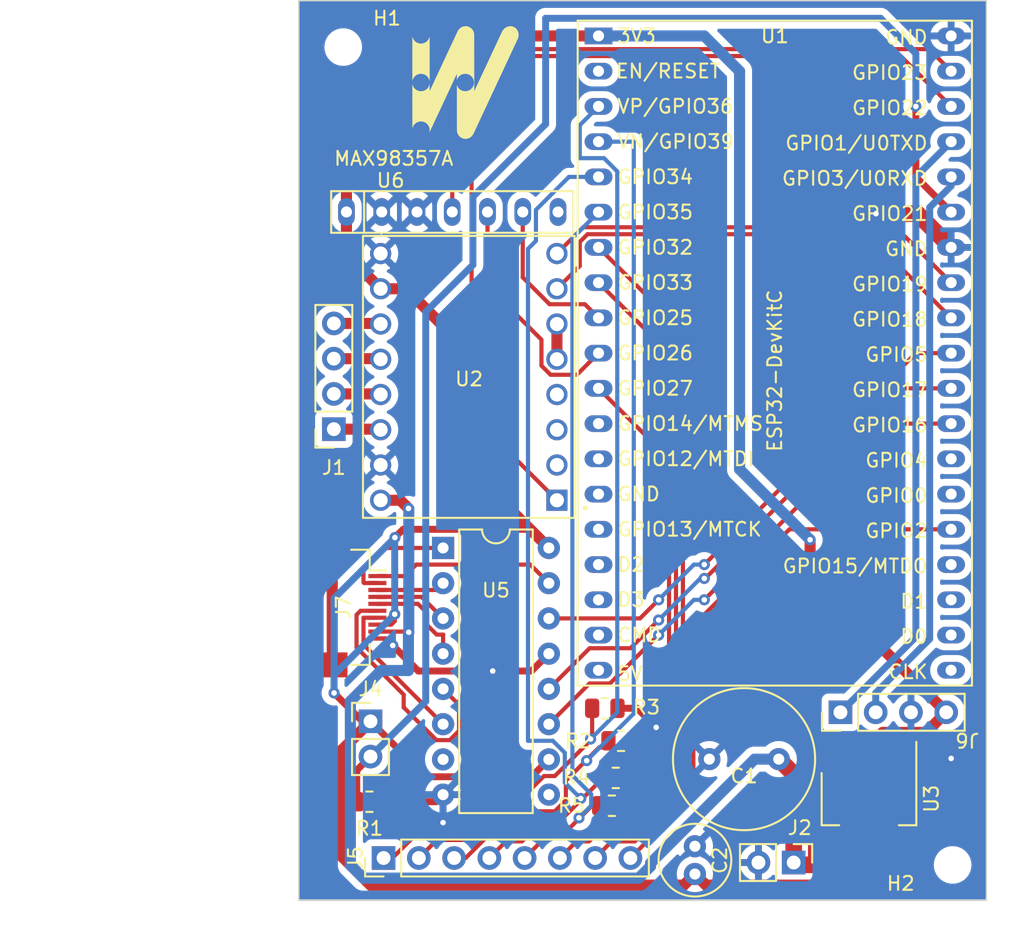
<source format=kicad_pcb>
(kicad_pcb (version 20221018) (generator pcbnew)
  (layers (0 "F.Cu" signal) (31 "B.Cu" power) (34 "B.Paste" user) (35 "F.Paste" user) (36 "B.SilkS" user "B.Silkscreen") (37 "F.SilkS" user "F.Silkscreen") (38 "B.Mask" user) (39 "F.Mask" user) (44 "Edge.Cuts" user))
  (net 0 "")
  (net 1 "+12V")
  (net 2 "GND")
  (net 3 "+3.3V")
  (net 4 "Net-(J1-Pin_1)")
  (net 5 "Net-(J1-Pin_2)")
  (net 6 "Net-(J1-Pin_3)")
  (net 7 "Net-(J1-Pin_4)")
  (net 8 "/RX")
  (net 9 "/TX")
  (net 10 "/Limit_In")
  (net 11 "/Matrix_I4")
  (net 12 "/Matrix_I3")
  (net 13 "/Matrix_I2")
  (net 14 "/Matrix_I1")
  (net 15 "/Matrix_O4")
  (net 16 "/Matrix_O3")
  (net 17 "/Matrix_O2")
  (net 18 "/Matrix_O1")
  (net 20 "/LRC")
  (net 21 "/BCLK")
  (net 39 "Net-(U2-~{RESET})")
  (net 43 "Net-(J7-Pin_1)")
  (net 44 "Net-(J7-Pin_2)")
  (net 45 "Net-(J7-Pin_3)")
  (net 46 "Net-(J7-Pin_4)")
  (net 47 "Net-(J7-Pin_5)")
  (net 48 "Net-(J7-Pin_6)")
  (net 49 "Net-(J7-Pin_7)")
  (net 50 "unconnected-(J7-MountPin-PadMP)")
  (net 51 "/DIN")
  (net 52 "/Stepper_Ena")
  (net 53 "/Step")
  (net 54 "/Dir")
  (net 55 "/SER")
  (net 56 "/SRCLK")
  (net 57 "/RCLK")
  (footprint "Resistor_SMD:R_0805_2012Metric" (layer "F.Cu") (at 141.3275 124.46 180)
    (fp_text reference "R2")
    (fp_text value "10K")
  )
  (footprint "Connector_PinHeader_2.54mm:PinHeader_1x02_P2.54mm_Vertical" (layer "F.Cu") (at 153.759596 133.233761 -90)
    (fp_text reference "J2")
    (fp_text value "Conn_01x02_Pin")
  )
  (footprint "Espressif:ESP32-DevKitC" (layer "F.Cu") (at 139.7 73.66)
    (fp_text reference "U1")
    (fp_text value "ESP32-DevKitC")
  )
  (footprint "Connector_PinHeader_2.54mm:PinHeader_1x02_P2.54mm_Vertical" (layer "F.Cu") (at 123.275428 123.05696)
    (fp_text reference "J4")
    (fp_text value "Conn_01x02_Pin")
  )
  (footprint "Connector_PinHeader_2.54mm:PinHeader_1x08_P2.54mm_Vertical" (layer "F.Cu") (at 124.217519 132.907751 90)
    (fp_text reference "J5")
    (fp_text value "Conn_01x08_Pin")
  )
  (footprint "LOGO" (layer "F.Cu") (at 130.122332 76.950622)
    (fp_text reference "G***" hide)
    (fp_text value "LOGO" hide)
  )
  (footprint "MountingHole:MountingHole_2.2mm_M2" (layer "F.Cu") (at 121.311595 74.4637)
    (fp_text reference "H1")
    (fp_text value "MountingHole")
  )
  (footprint "Connector_PinSocket_2.54mm:PinSocket_1x04_P2.54mm_Vertical" (layer "F.Cu") (at 120.634736 101.999566 180)
    (fp_text reference "J1")
    (fp_text value "Conn_01x04_Pin")
  )
  (footprint "Package_TO_SOT_SMD:SOT-223-3_TabPin2" (layer "F.Cu") (at 159.183383 128.635799 -90)
    (fp_text reference "U3")
    (fp_text value "AMS1117-3.3")
  )
  (footprint "Connector_PinHeader_2.54mm:PinHeader_1x04_P2.54mm_Vertical" (layer "F.Cu") (at 157.126777 122.406098 90)
    (fp_text reference "J6")
    (fp_text value "Conn_01x04_Pin")
  )
  (footprint "MountingHole:MountingHole_2.2mm_M2" (layer "F.Cu") (at 165.207706 133.406887)
    (fp_text reference "H2")
    (fp_text value "MountingHole")
  )
  (footprint "Resistor_SMD:R_0805_2012Metric" (layer "F.Cu") (at 140.152878 122.115913 180)
    (fp_text reference "R3")
    (fp_text value "10K")
  )
  (footprint "Package_DIP:DIP-16_W7.62mm" (layer "F.Cu") (at 128.503282 110.561301)
    (fp_text reference "U5")
    (fp_text value "74HC595")
  )
  (footprint "Resistor_SMD:R_0805_2012Metric" (layer "F.Cu") (at 140.940164 127.13486 180)
    (fp_text reference "R4")
    (fp_text value "10K")
  )
  (footprint "Custompretty:MAX98357A" (layer "F.Cu") (at 129.16284 86.346062)
    (fp_text reference "U6")
    (fp_text value "MAX98357A")
  )
  (footprint "Resistor_SMD:R_0805_2012Metric" (layer "F.Cu") (at 123.198431 128.851124)
    (fp_text reference "R1")
    (fp_text value "10K")
  )
  (footprint "Capacitor_THT:C_Radial_D10.0mm_H16.0mm_P5.00mm" (layer "F.Cu") (at 152.682653 125.782051 180)
    (fp_text reference "C1")
    (fp_text value "1000u")
  )
  (footprint "A4988_STEPPER_MOTOR_DRIVER_CARRIER:MODULE_A4988_STEPPER_MOTOR_DRIVER_CARRIER" (layer "F.Cu") (at 130.354396 98.232848 180)
    (fp_text reference "U2")
    (fp_text value "A4988_STEPPER_MOTOR_DRIVER_CARRIER")
  )
  (footprint "Capacitor_THT:C_Radial_D5.0mm_H11.0mm_P2.00mm" (layer "F.Cu") (at 146.643898 132.061796 -90)
    (fp_text reference "C2")
    (fp_text value "33u")
  )
  (footprint "Connector_FFC-FPC:Hirose_FH12-10S-0.5SH_1x10-1MP_P0.50mm_Horizontal" (layer "F.Cu") (at 121.92 114.839102 -90)
    (fp_text reference "J7")
    (fp_text value "Conn_01x10_MountingPin")
  )
  (footprint "Resistor_SMD:R_0805_2012Metric" (layer "F.Cu") (at 140.659716 129.140478 180)
    (fp_text reference "R5")
    (fp_text value "10K")
  )
  (gr_line (start 118.11 135.961301) (end 167.64 135.961301) (stroke (width 0.1)) (layer "Edge.Cuts"))
  (gr_line (start 167.64 135.961301) (end 167.64 71.12) (stroke (width 0.1)) (layer "Edge.Cuts"))
  (gr_line (start 118.11 71.12) (end 118.11 135.961301) (stroke (width 0.1)) (layer "Edge.Cuts"))
  (gr_line (start 167.64 71.12) (end 118.11 71.12) (stroke (width 0.1)) (layer "Edge.Cuts"))
  (segment (start 125.42088 107.122848) (end 126.011081 107.713049) (width 0.8) (layer "F.Cu") (net 1))
  (segment (start 156.883383 125.485799) (end 155.387983 126.981199) (width 1.2) (layer "F.Cu") (net 1))
  (segment (start 124.004396 107.122848) (end 125.42088 107.122848) (width 0.8) (layer "F.Cu") (net 1))
  (segment (start 153.759596 126.858994) (end 152.682653 125.782051) (width 1.2) (layer "F.Cu") (net 1))
  (segment (start 155.387983 126.981199) (end 155.387983 133.397216) (width 1.2) (layer "F.Cu") (net 1))
  (segment (start 125.986893 116.589102) (end 126.034689 116.636898) (width 0.3) (layer "F.Cu") (net 1))
  (segment (start 153.759596 133.233761) (end 153.759596 126.858994) (width 1.2) (layer "F.Cu") (net 1))
  (segment (start 155.387983 133.397216) (end 153.923051 133.397216) (width 1.2) (layer "F.Cu") (net 1))
  (segment (start 123.77 116.589102) (end 125.986893 116.589102) (width 0.3) (layer "F.Cu") (net 1))
  (segment (start 153.923051 133.397216) (end 153.759596 133.233761) (width 1.2) (layer "F.Cu") (net 1))
  (via (at 126.011081 107.713049) (size 0.8) (drill 0.4) (layers "F.Cu" "B.Cu") (net 1))
  (via (at 126.034689 116.636898) (size 0.8) (drill 0.4) (layers "F.Cu" "B.Cu") (net 1))
  (segment (start 126.007622 116.663965) (end 126.034689 116.636898) (width 0.8) (layer "B.Cu") (net 1))
  (segment (start 142.598129 134.357751) (end 122.767519 134.357751) (width 0.8) (layer "B.Cu") (net 1))
  (segment (start 126.032661 107.734629) (end 126.032661 116.63487) (width 0.8) (layer "B.Cu") (net 1))
  (segment (start 122.767519 134.357751) (end 121.825428 133.41566) (width 0.8) (layer "B.Cu") (net 1))
  (segment (start 121.825428 133.41566) (end 121.825428 121.60696) (width 0.8) (layer "B.Cu") (net 1))
  (segment (start 143.447519 133.508361) (end 142.598129 134.357751) (width 0.8) (layer "B.Cu") (net 1))
  (segment (start 126.032661 116.63487) (end 126.034689 116.636898) (width 0.8) (layer "B.Cu") (net 1))
  (segment (start 121.825428 121.60696) (end 124.039854 119.392534) (width 0.8) (layer "B.Cu") (net 1))
  (segment (start 150.943744 125.782051) (end 143.447519 133.278276) (width 0.8) (layer "B.Cu") (net 1))
  (segment (start 126.011081 107.713049) (end 126.032661 107.734629) (width 0.8) (layer "B.Cu") (net 1))
  (segment (start 152.682653 125.782051) (end 150.943744 125.782051) (width 0.8) (layer "B.Cu") (net 1))
  (segment (start 126.007622 119.392534) (end 126.007622 116.663965) (width 0.8) (layer "B.Cu") (net 1))
  (segment (start 124.039854 119.392534) (end 126.007622 119.392534) (width 0.8) (layer "B.Cu") (net 1))
  (segment (start 143.447519 133.278276) (end 143.447519 133.508361) (width 0.8) (layer "B.Cu") (net 1))
  (segment (start 142.887344 124.46) (end 143.853682 123.493662) (width 0.5) (layer "F.Cu") (net 2))
  (segment (start 128.503282 130.357812) (end 128.503282 128.341301) (width 0.5) (layer "F.Cu") (net 2))
  (segment (start 165.1 88.9) (end 162.671919 86.471919) (width 1.2) (layer "F.Cu") (net 2))
  (segment (start 124.380337 117.089102) (end 124.879698 117.588463) (width 0.3) (layer "F.Cu") (net 2))
  (segment (start 142.475933 122.115913) (end 143.853682 123.493662) (width 0.5) (layer "F.Cu") (net 2))
  (segment (start 141.852664 127.13486) (end 141.852664 129.197763) (width 0.5) (layer "F.Cu") (net 2))
  (segment (start 124.110931 128.851124) (end 127.993459 128.851124) (width 0.5) (layer "F.Cu") (net 2))
  (segment (start 141.852664 124.847336) (end 142.24 124.46) (width 0.5) (layer "F.Cu") (net 2))
  (segment (start 132.08 119.431301) (end 126.722536 119.431301) (width 0.5) (layer "F.Cu") (net 2))
  (segment (start 162.671919 86.471919) (end 159.687327 86.471919) (width 1.2) (layer "F.Cu") (net 2))
  (segment (start 136.123282 118.181301) (end 134.873282 119.431301) (width 0.5) (layer "F.Cu") (net 2))
  (segment (start 164.924616 125.554616) (end 165.1 125.73) (width 1.2) (layer "F.Cu") (net 2))
  (segment (start 141.852664 127.13486) (end 141.852664 124.847336) (width 0.5) (layer "F.Cu") (net 2))
  (segment (start 141.065378 122.115913) (end 142.475933 122.115913) (width 0.5) (layer "F.Cu") (net 2))
  (segment (start 134.873282 119.431301) (end 132.08 119.431301) (width 0.5) (layer "F.Cu") (net 2))
  (segment (start 161.946537 125.554616) (end 164.924616 125.554616) (width 1.2) (layer "F.Cu") (net 2))
  (segment (start 142.24 124.46) (end 142.887344 124.46) (width 0.5) (layer "F.Cu") (net 2))
  (segment (start 127.993459 128.851124) (end 128.503282 128.341301) (width 0.5) (layer "F.Cu") (net 2))
  (segment (start 126.722536 119.431301) (end 124.879698 117.588463) (width 0.5) (layer "F.Cu") (net 2))
  (segment (start 123.77 117.089102) (end 124.380337 117.089102) (width 0.3) (layer "F.Cu") (net 2))
  (via (at 128.503282 130.357812) (size 0.8) (drill 0.4) (layers "F.Cu" "B.Cu") (net 2))
  (via (at 143.853682 123.493662) (size 0.8) (drill 0.4) (layers "F.Cu" "B.Cu") (net 2))
  (via (at 132.08 119.431301) (size 0.8) (drill 0.4) (layers "F.Cu" "B.Cu") (net 2))
  (via (at 165.1 125.73) (size 0.8) (drill 0.4) (layers "F.Cu" "B.Cu") (net 2))
  (via (at 159.687327 86.471919) (size 0.8) (drill 0.4) (layers "F.Cu" "B.Cu") (net 2))
  (via (at 124.879698 117.588463) (size 0.8) (drill 0.4) (layers "F.Cu" "B.Cu") (net 2))
  (segment (start 132.08 124.764583) (end 128.503282 128.341301) (width 0.5) (layer "B.Cu") (net 2))
  (segment (start 132.08 124.764583) (end 132.08 119.431301) (width 0.5) (layer "B.Cu") (net 2))
  (segment (start 164.746777 122.406098) (end 154.94 112.599321) (width 0.8) (layer "F.Cu") (net 3))
  (segment (start 160.163084 123.856098) (end 159.183383 124.835799) (width 0.8) (layer "F.Cu") (net 3))
  (segment (start 146.643898 134.061796) (end 145.843899 134.861795) (width 0.8) (layer "F.Cu") (net 3))
  (segment (start 127.269769 127.051301) (end 123.275428 123.05696) (width 0.5) (layer "F.Cu") (net 3))
  (segment (start 121.54284 79.11716) (end 121.54284 86.346062) (width 0.8) (layer "F.Cu") (net 3))
  (segment (start 147.443897 134.861795) (end 146.643898 134.061796) (width 0.8) (layer "F.Cu") (net 3))
  (segment (start 125.823562 91.882848) (end 129.54 95.599286) (width 0.8) (layer "F.Cu") (net 3))
  (segment (start 164.746777 122.406098) (end 163.296777 123.856098) (width 0.8) (layer "F.Cu") (net 3))
  (segment (start 124.77 116.089102) (end 125.019502 115.8396) (width 0.3) (layer "F.Cu") (net 3))
  (segment (start 159.183383 125.485799) (end 159.183383 131.785799) (width 0.8) (layer "F.Cu") (net 3))
  (segment (start 147.443897 134.861795) (end 156.107387 134.861795) (width 0.8) (layer "F.Cu") (net 3))
  (segment (start 134.781981 109.22) (end 136.123282 110.561301) (width 0.3) (layer "F.Cu") (net 3))
  (segment (start 123.271563 134.861795) (end 121.173431 132.763663) (width 0.8) (layer "F.Cu") (net 3))
  (segment (start 129.54 95.599286) (end 129.54 103.978019) (width 0.8) (layer "F.Cu") (net 3))
  (segment (start 154.94 112.599321) (end 154.94 109.97) (width 0.8) (layer "F.Cu") (net 3))
  (segment (start 125.624462 109.22) (end 134.781981 109.22) (width 0.5) (layer "F.Cu") (net 3))
  (segment (start 136.123282 125.801301) (end 134.873282 127.051301) (width 0.5) (layer "F.Cu") (net 3))
  (segment (start 156.107387 134.861795) (end 159.183383 131.785799) (width 0.8) (layer "F.Cu") (net 3))
  (segment (start 163.296777 123.856098) (end 160.163084 123.856098) (width 0.8) (layer "F.Cu") (net 3))
  (segment (start 125.019502 115.8396) (end 125.019502 115.338602) (width 0.3) (layer "F.Cu") (net 3))
  (segment (start 121.173431 125.158957) (end 123.275428 123.05696) (width 0.8) (layer "F.Cu") (net 3))
  (segment (start 129.54 103.978019) (end 136.123282 110.561301) (width 0.8) (layer "F.Cu") (net 3))
  (segment (start 124.004396 91.882848) (end 125.823562 91.882848) (width 0.8) (layer "F.Cu") (net 3))
  (segment (start 127 73.66) (end 121.54284 79.11716) (width 0.8) (layer "F.Cu") (net 3))
  (segment (start 123.275428 123.05696) (end 122.694609 123.05696) (width 0.5) (layer "F.Cu") (net 3))
  (segment (start 121.173431 132.763663) (end 121.173431 125.158957) (width 0.8) (layer "F.Cu") (net 3))
  (segment (start 122.694609 123.05696) (end 120.65201 121.014361) (width 0.5) (layer "F.Cu") (net 3))
  (segment (start 159.183383 124.835799) (end 159.183383 125.485799) (width 0.8) (layer "F.Cu") (net 3))
  (segment (start 123.77 116.089102) (end 124.77 116.089102) (width 0.3) (layer "F.Cu") (net 3))
  (segment (start 145.843899 134.861795) (end 123.271563 134.861795) (width 0.8) (layer "F.Cu") (net 3))
  (segment (start 139.7 73.66) (end 127 73.66) (width 0.8) (layer "F.Cu") (net 3))
  (segment (start 125.032661 109.811801) (end 125.624462 109.22) (width 0.5) (layer "F.Cu") (net 3))
  (segment (start 121.54284 86.346062) (end 121.54284 89.421292) (width 0.8) (layer "F.Cu") (net 3))
  (segment (start 134.873282 127.051301) (end 127.269769 127.051301) (width 0.5) (layer "F.Cu") (net 3))
  (segment (start 121.54284 89.421292) (end 124.004396 91.882848) (width 0.8) (layer "F.Cu") (net 3))
  (via (at 125.019502 115.338602) (size 0.8) (drill 0.4) (layers "F.Cu" "B.Cu") (net 3))
  (via (at 125.032661 109.811801) (size 0.8) (drill 0.4) (layers "F.Cu" "B.Cu") (net 3))
  (via (at 154.94 109.97) (size 0.8) (drill 0.4) (layers "F.Cu" "B.Cu") (net 3))
  (via (at 120.65201 121.014361) (size 0.8) (drill 0.4) (layers "F.Cu" "B.Cu") (net 3))
  (segment (start 120.65201 114.192452) (end 125.019502 109.82496) (width 0.5) (layer "B.Cu") (net 3))
  (segment (start 149.86 104.89) (end 149.86 76.2) (width 0.8) (layer "B.Cu") (net 3))
  (segment (start 120.65201 119.706094) (end 125.019502 115.338602) (width 0.5) (layer "B.Cu") (net 3))
  (segment (start 154.94 109.97) (end 149.86 104.89) (width 0.8) (layer "B.Cu") (net 3))
  (segment (start 125.019502 109.82496) (end 125.019502 115.338602) (width 0.5) (layer "B.Cu") (net 3))
  (segment (start 125.032661 109.811801) (end 125.019502 109.82496) (width 0.3) (layer "B.Cu") (net 3))
  (segment (start 120.65201 121.014361) (end 120.65201 114.192452) (width 0.5) (layer "B.Cu") (net 3))
  (segment (start 149.86 76.2) (end 147.32 73.66) (width 0.8) (layer "B.Cu") (net 3))
  (segment (start 120.65201 121.014361) (end 120.65201 119.706094) (width 0.5) (layer "B.Cu") (net 3))
  (segment (start 147.32 73.66) (end 139.7 73.66) (width 0.8) (layer "B.Cu") (net 3))
  (segment (start 123.961114 101.999566) (end 124.004396 102.042848) (width 0.8) (layer "F.Cu") (net 4))
  (segment (start 120.634736 101.999566) (end 123.961114 101.999566) (width 0.8) (layer "F.Cu") (net 4))
  (segment (start 123.961114 99.459566) (end 124.004396 99.502848) (width 0.8) (layer "F.Cu") (net 5))
  (segment (start 120.634736 99.459566) (end 123.961114 99.459566) (width 0.8) (layer "F.Cu") (net 5))
  (segment (start 123.961114 96.919566) (end 124.004396 96.962848) (width 0.8) (layer "F.Cu") (net 6))
  (segment (start 120.634736 96.919566) (end 123.961114 96.919566) (width 0.8) (layer "F.Cu") (net 6))
  (segment (start 123.961114 94.379566) (end 124.004396 94.422848) (width 0.8) (layer "F.Cu") (net 7))
  (segment (start 120.634736 94.379566) (end 123.961114 94.379566) (width 0.8) (layer "F.Cu") (net 7))
  (segment (start 165.1 83.82) (end 165.1 84.475076) (width 0.5) (layer "B.Cu") (net 8))
  (segment (start 159.666777 121.008058) (end 159.666777 122.406098) (width 0.5) (layer "B.Cu") (net 8))
  (segment (start 163.55481 86.020266) (end 163.55481 117.120025) (width 0.5) (layer "B.Cu") (net 8))
  (segment (start 163.55481 117.120025) (end 159.666777 121.008058) (width 0.5) (layer "B.Cu") (net 8))
  (segment (start 165.1 84.475076) (end 163.55481 86.020266) (width 0.5) (layer "B.Cu") (net 8))
  (segment (start 157.126777 122.406098) (end 162.56 116.972875) (width 0.5) (layer "B.Cu") (net 9))
  (segment (start 162.56 83.82) (end 165.1 81.28) (width 0.5) (layer "B.Cu") (net 9))
  (segment (start 162.56 116.972875) (end 162.56 83.82) (width 0.5) (layer "B.Cu") (net 9))
  (segment (start 122.285931 126.586457) (end 123.275428 125.59696) (width 0.5) (layer "F.Cu") (net 10))
  (segment (start 162.56 83.82) (end 165.1 86.36) (width 0.5) (layer "F.Cu") (net 10))
  (segment (start 162.56 78.74) (end 162.56 83.82) (width 0.5) (layer "F.Cu") (net 10))
  (segment (start 122.285931 128.851124) (end 122.285931 126.586457) (width 0.5) (layer "F.Cu") (net 10))
  (via (at 162.56 78.74) (size 0.8) (drill 0.4) (layers "F.Cu" "B.Cu") (net 10))
  (segment (start 162.56 78.74) (end 162.56 74.93) (width 0.5) (layer "B.Cu") (net 10))
  (segment (start 130.65284 90.157137) (end 127.253282 93.556695) (width 0.5) (layer "B.Cu") (net 10))
  (segment (start 127.253282 93.556695) (end 127.253282 121.619106) (width 0.5) (layer "B.Cu") (net 10))
  (segment (start 160.02 72.39) (end 135.89 72.39) (width 0.5) (layer "B.Cu") (net 10))
  (segment (start 162.56 74.93) (end 160.02 72.39) (width 0.5) (layer "B.Cu") (net 10))
  (segment (start 130.65284 85.24716) (end 130.65284 90.157137) (width 0.5) (layer "B.Cu") (net 10))
  (segment (start 127.253282 121.619106) (end 123.275428 125.59696) (width 0.5) (layer "B.Cu") (net 10))
  (segment (start 135.89 72.39) (end 135.89 80.01) (width 0.5) (layer "B.Cu") (net 10))
  (segment (start 135.89 80.01) (end 130.65284 85.24716) (width 0.5) (layer "B.Cu") (net 10))
  (segment (start 126.65554 131.107812) (end 124.855601 132.907751) (width 0.3) (layer "F.Cu") (net 11))
  (segment (start 139.240378 124.310551) (end 139.240378 122.115913) (width 0.3) (layer "F.Cu") (net 11))
  (segment (start 139.130134 124.420795) (end 139.130134 124.331294) (width 0.3) (layer "F.Cu") (net 11))
  (segment (start 136.550929 127) (end 139.130134 124.420795) (width 0.3) (layer "F.Cu") (net 11))
  (segment (start 132.08 129.54) (end 133.233111 129.54) (width 0.3) (layer "F.Cu") (net 11))
  (segment (start 130.512188 131.107812) (end 132.08 129.54) (width 0.3) (layer "F.Cu") (net 11))
  (segment (start 135.773111 127) (end 136.550929 127) (width 0.3) (layer "F.Cu") (net 11))
  (segment (start 126.65554 131.107812) (end 130.512188 131.107812) (width 0.3) (layer "F.Cu") (net 11))
  (segment (start 124.855601 132.907751) (end 124.217519 132.907751) (width 0.3) (layer "F.Cu") (net 11))
  (segment (start 139.130134 124.331294) (end 139.219635 124.331294) (width 0.3) (layer "F.Cu") (net 11))
  (segment (start 133.233111 129.54) (end 135.773111 127) (width 0.3) (layer "F.Cu") (net 11))
  (segment (start 139.219635 124.331294) (end 139.240378 124.310551) (width 0.3) (layer "F.Cu") (net 11))
  (via (at 139.130134 124.331294) (size 0.8) (drill 0.4) (layers "F.Cu" "B.Cu") (net 11))
  (segment (start 139.7 78.74) (end 138.35 80.09) (width 0.3) (layer "B.Cu") (net 11))
  (segment (start 141.05 122.411428) (end 139.130134 124.331294) (width 0.3) (layer "B.Cu") (net 11))
  (segment (start 140.093503 82.47) (end 141.05 83.426497) (width 0.3) (layer "B.Cu") (net 11))
  (segment (start 141.05 83.426497) (end 141.05 122.411428) (width 0.3) (layer "B.Cu") (net 11))
  (segment (start 138.35 80.09) (end 138.35 82.47) (width 0.3) (layer "B.Cu") (net 11))
  (segment (start 138.35 82.47) (end 140.093503 82.47) (width 0.3) (layer "B.Cu") (net 11))
  (segment (start 137.348172 128.742757) (end 136.550929 129.54) (width 0.3) (layer "F.Cu") (net 12))
  (segment (start 139.935524 124.939476) (end 139.740378 124.939476) (width 0.3) (layer "F.Cu") (net 12))
  (segment (start 132.08 130.247107) (end 130.719295 131.607812) (width 0.3) (layer "F.Cu") (net 12))
  (segment (start 133.912893 130.247107) (end 132.08 130.247107) (width 0.3) (layer "F.Cu") (net 12))
  (segment (start 138.846837 125.833017) (end 138.846837 125.889426) (width 0.3) (layer "F.Cu") (net 12))
  (segment (start 140.415 124.46) (end 139.935524 124.939476) (width 0.3) (layer "F.Cu") (net 12))
  (segment (start 130.719295 131.607812) (end 128.057458 131.607812) (width 0.3) (layer "F.Cu") (net 12))
  (segment (start 137.348172 127.331682) (end 137.348172 128.742757) (width 0.3) (layer "F.Cu") (net 12))
  (segment (start 134.62 129.54) (end 133.912893 130.247107) (width 0.3) (layer "F.Cu") (net 12))
  (segment (start 139.740378 124.939476) (end 138.846837 125.833017) (width 0.3) (layer "F.Cu") (net 12))
  (segment (start 128.057458 131.607812) (end 126.757519 132.907751) (width 0.3) (layer "F.Cu") (net 12))
  (segment (start 138.846837 125.889426) (end 138.790428 125.889426) (width 0.3) (layer "F.Cu") (net 12))
  (segment (start 136.550929 129.54) (end 134.62 129.54) (width 0.3) (layer "F.Cu") (net 12))
  (segment (start 138.790428 125.889426) (end 137.348172 127.331682) (width 0.3) (layer "F.Cu") (net 12))
  (via (at 138.846837 125.889426) (size 0.8) (drill 0.4) (layers "F.Cu" "B.Cu") (net 12))
  (segment (start 142.24 81.28) (end 139.7 81.28) (width 0.3) (layer "B.Cu") (net 12))
  (segment (start 142.24 122.496263) (end 138.846837 125.889426) (width 0.3) (layer "B.Cu") (net 12))
  (segment (start 142.24 81.28) (end 142.24 122.496263) (width 0.3) (layer "B.Cu") (net 12))
  (segment (start 132.135142 130.899071) (end 130.126462 132.907751) (width 0.3) (layer "F.Cu") (net 13))
  (segment (start 134.861278 130.04) (end 134.002207 130.899071) (width 0.3) (layer "F.Cu") (net 13))
  (segment (start 134.002207 130.899071) (end 132.135142 130.899071) (width 0.3) (layer "F.Cu") (net 13))
  (segment (start 138.546366 128.616158) (end 138.421892 128.616158) (width 0.3) (layer "F.Cu") (net 13))
  (segment (start 140.027664 127.13486) (end 138.546366 128.616158) (width 0.3) (layer "F.Cu") (net 13))
  (segment (start 138.421892 128.740632) (end 137.122524 130.04) (width 0.3) (layer "F.Cu") (net 13))
  (segment (start 137.122524 130.04) (end 134.861278 130.04) (width 0.3) (layer "F.Cu") (net 13))
  (segment (start 138.421892 128.616158) (end 138.421892 128.740632) (width 0.3) (layer "F.Cu") (net 13))
  (segment (start 130.126462 132.907751) (end 129.297519 132.907751) (width 0.3) (layer "F.Cu") (net 13))
  (via (at 138.421892 128.616158) (size 0.8) (drill 0.4) (layers "F.Cu" "B.Cu") (net 13))
  (segment (start 137.565399 83.82) (end 139.7 83.82) (width 0.3) (layer "B.Cu") (net 13))
  (segment (start 136.408327 124.46) (end 134.62 124.46) (width 0.3) (layer "B.Cu") (net 13))
  (segment (start 137.273282 125.324955) (end 136.408327 124.46) (width 0.3) (layer "B.Cu") (net 13))
  (segment (start 134.62 124.46) (end 134.62 89.001846) (width 0.3) (layer "B.Cu") (net 13))
  (segment (start 138.421892 128.616158) (end 137.273282 127.467548) (width 0.3) (layer "B.Cu") (net 13))
  (segment (start 135.19284 86.192559) (end 137.565399 83.82) (width 0.3) (layer "B.Cu") (net 13))
  (segment (start 134.62 89.001846) (end 135.19284 88.429006) (width 0.3) (layer "B.Cu") (net 13))
  (segment (start 135.19284 88.429006) (end 135.19284 86.192559) (width 0.3) (layer "B.Cu") (net 13))
  (segment (start 137.273282 127.467548) (end 137.273282 125.324955) (width 0.3) (layer "B.Cu") (net 13))
  (segment (start 134.189482 131.707751) (end 135.194984 130.702249) (width 0.3) (layer "F.Cu") (net 14))
  (segment (start 138.293187 130.075115) (end 138.293187 130.012161) (width 0.3) (layer "F.Cu") (net 14))
  (segment (start 139.227824 129.140478) (end 139.747216 129.140478) (width 0.3) (layer "F.Cu") (net 14))
  (segment (start 133.037519 131.707751) (end 134.189482 131.707751) (width 0.3) (layer "F.Cu") (net 14))
  (segment (start 131.837519 132.907751) (end 133.037519 131.707751) (width 0.3) (layer "F.Cu") (net 14))
  (segment (start 138.356141 130.012161) (end 139.227824 129.140478) (width 0.3) (layer "F.Cu") (net 14))
  (segment (start 137.666053 130.702249) (end 138.293187 130.075115) (width 0.3) (layer "F.Cu") (net 14))
  (segment (start 138.293187 130.012161) (end 138.356141 130.012161) (width 0.3) (layer "F.Cu") (net 14))
  (segment (start 135.194984 130.702249) (end 137.666053 130.702249) (width 0.3) (layer "F.Cu") (net 14))
  (via (at 138.293187 130.012161) (size 0.8) (drill 0.4) (layers "F.Cu" "B.Cu") (net 14))
  (segment (start 137.819396 88.240604) (end 137.819396 126.953001) (width 0.3) (layer "B.Cu") (net 14))
  (segment (start 139.7 86.36) (end 137.819396 88.240604) (width 0.3) (layer "B.Cu") (net 14))
  (segment (start 139.171892 128.305497) (end 139.171892 129.133456) (width 0.3) (layer "B.Cu") (net 14))
  (segment (start 137.819396 126.953001) (end 139.171892 128.305497) (width 0.3) (layer "B.Cu") (net 14))
  (segment (start 139.171892 129.133456) (end 138.293187 130.012161) (width 0.3) (layer "B.Cu") (net 14))
  (segment (start 140.657519 131.707751) (end 142.317916 131.707751) (width 0.3) (layer "F.Cu") (net 15))
  (segment (start 145.78 128.245667) (end 145.78 94.98) (width 0.3) (layer "F.Cu") (net 15))
  (segment (start 145.78 94.98) (end 139.7 88.9) (width 0.3) (layer "F.Cu") (net 15))
  (segment (start 139.457519 132.907751) (end 140.657519 131.707751) (width 0.3) (layer "F.Cu") (net 15))
  (segment (start 142.317916 131.707751) (end 145.78 128.245667) (width 0.3) (layer "F.Cu") (net 15))
  (segment (start 145.28 97.02) (end 139.7 91.44) (width 0.3) (layer "F.Cu") (net 16))
  (segment (start 145.28 128.038561) (end 145.28 97.02) (width 0.3) (layer "F.Cu") (net 16))
  (segment (start 138.117519 131.707751) (end 139.017732 131.707751) (width 0.3) (layer "F.Cu") (net 16))
  (segment (start 136.917519 132.907751) (end 138.117519 131.707751) (width 0.3) (layer "F.Cu") (net 16))
  (segment (start 142.481942 130.836619) (end 145.28 128.038561) (width 0.3) (layer "F.Cu") (net 16))
  (segment (start 139.888864 130.836619) (end 142.481942 130.836619) (width 0.3) (layer "F.Cu") (net 16))
  (segment (start 139.017732 131.707751) (end 139.888864 130.836619) (width 0.3) (layer "F.Cu") (net 16))
  (segment (start 139.621306 130.336619) (end 142.274836 130.336619) (width 0.3) (layer "F.Cu") (net 17))
  (segment (start 138.755676 131.202249) (end 139.621306 130.336619) (width 0.3) (layer "F.Cu") (net 17))
  (segment (start 142.274836 130.336619) (end 144.78 127.831455) (width 0.3) (layer "F.Cu") (net 17))
  (segment (start 144.78 127.831455) (end 144.78 104.14) (width 0.3) (layer "F.Cu") (net 17))
  (segment (start 134.377519 132.907751) (end 136.083021 131.202249) (width 0.3) (layer "F.Cu") (net 17))
  (segment (start 136.083021 131.202249) (end 138.755676 131.202249) (width 0.3) (layer "F.Cu") (net 17))
  (segment (start 144.78 104.14) (end 139.7 99.06) (width 0.3) (layer "F.Cu") (net 17))
  (segment (start 146.532653 116.148008) (end 151.176646 111.504015) (width 0.3) (layer "F.Cu") (net 18))
  (segment (start 146.532653 128.372617) (end 146.532653 116.148008) (width 0.3) (layer "F.Cu") (net 18))
  (segment (start 141.997519 132.907751) (end 146.532653 128.372617) (width 0.3) (layer "F.Cu") (net 18))
  (segment (start 151.176646 111.492773) (end 153.449419 109.22) (width 0.3) (layer "F.Cu") (net 18))
  (segment (start 151.176646 111.504015) (end 151.176646 111.492773) (width 0.3) (layer "F.Cu") (net 18))
  (segment (start 153.449419 109.22) (end 165.1 109.22) (width 0.3) (layer "F.Cu") (net 18))
  (segment (start 139.7 93.98) (end 138.717848 92.997848) (width 0.3) (layer "F.Cu") (net 20))
  (segment (start 136.177848 92.997848) (end 134.24284 91.06284) (width 0.3) (layer "F.Cu") (net 20))
  (segment (start 134.24284 91.06284) (end 134.24284 86.346062) (width 0.3) (layer "F.Cu") (net 20))
  (segment (start 138.717848 92.997848) (end 136.177848 92.997848) (width 0.3) (layer "F.Cu") (net 20))
  (segment (start 136.242547 98.077848) (end 135.589396 97.424697) (width 0.3) (layer "F.Cu") (net 21))
  (segment (start 131.70284 91.664048) (end 131.70284 86.346062) (width 0.3) (layer "F.Cu") (net 21))
  (segment (start 135.589396 97.424697) (end 135.589396 95.550604) (width 0.3) (layer "F.Cu") (net 21))
  (segment (start 135.589396 95.550604) (end 131.70284 91.664048) (width 0.3) (layer "F.Cu") (net 21))
  (segment (start 139.7 96.52) (end 138.142152 98.077848) (width 0.3) (layer "F.Cu") (net 21))
  (segment (start 138.142152 98.077848) (end 136.242547 98.077848) (width 0.3) (layer "F.Cu") (net 21))
  (segment (start 136.704396 94.422848) (end 136.704396 96.962848) (width 0.8) (layer "F.Cu") (net 39))
  (segment (start 136.123282 113.101301) (end 134.781981 111.76) (width 0.3) (layer "F.Cu") (net 43))
  (segment (start 134.781981 111.76) (end 126.572167 111.76) (width 0.3) (layer "F.Cu") (net 43))
  (segment (start 126.572167 111.76) (end 125.743065 112.589102) (width 0.3) (layer "F.Cu") (net 43))
  (segment (start 125.743065 112.589102) (end 123.77 112.589102) (width 0.3) (layer "F.Cu") (net 43))
  (segment (start 124.297801 110.561301) (end 122.77 112.089102) (width 0.3) (layer "F.Cu") (net 44))
  (segment (start 128.503282 110.561301) (end 124.297801 110.561301) (width 0.3) (layer "F.Cu") (net 44))
  (segment (start 122.77 113.039102) (end 122.82 113.089102) (width 0.3) (layer "F.Cu") (net 44))
  (segment (start 122.77 112.089102) (end 122.77 113.039102) (width 0.3) (layer "F.Cu") (net 44))
  (segment (start 122.82 113.089102) (end 123.77 113.089102) (width 0.3) (layer "F.Cu") (net 44))
  (segment (start 128.503282 113.101301) (end 128.015481 113.589102) (width 0.3) (layer "F.Cu") (net 45))
  (segment (start 128.015481 113.589102) (end 123.77 113.589102) (width 0.3) (layer "F.Cu") (net 45))
  (segment (start 128.503282 115.641301) (end 126.951083 114.089102) (width 0.3) (layer "F.Cu") (net 46))
  (segment (start 126.951083 114.089102) (end 123.77 114.089102) (width 0.3) (layer "F.Cu") (net 46))
  (segment (start 127.353282 116.117647) (end 127.353282 115.249319) (width 0.3) (layer "F.Cu") (net 47))
  (segment (start 128.51338 116.806879) (end 128.042514 116.806879) (width 0.3) (layer "F.Cu") (net 47))
  (segment (start 128.503282 118.181301) (end 128.503282 116.816977) (width 0.3) (layer "F.Cu") (net 47))
  (segment (start 128.042514 116.806879) (end 127.353282 116.117647) (width 0.3) (layer "F.Cu") (net 47))
  (segment (start 126.693065 114.589102) (end 123.77 114.589102) (width 0.3) (layer "F.Cu") (net 47))
  (segment (start 128.503282 116.816977) (end 128.51338 116.806879) (width 0.3) (layer "F.Cu") (net 47))
  (segment (start 127.353282 115.249319) (end 126.693065 114.589102) (width 0.3) (layer "F.Cu") (net 47))
  (segment (start 128.026936 124.411301) (end 125.666875 122.05124) (width 0.3) (layer "F.Cu") (net 48))
  (segment (start 122.27 115.381995) (end 122.562893 115.089102) (width 0.3) (layer "F.Cu") (net 48))
  (segment (start 129.653282 123.737647) (end 128.979628 124.411301) (width 0.3) (layer "F.Cu") (net 48))
  (segment (start 128.503282 120.721301) (end 129.653282 121.871301) (width 0.3) (layer "F.Cu") (net 48))
  (segment (start 122.562893 115.089102) (end 123.77 115.089102) (width 0.3) (layer "F.Cu") (net 48))
  (segment (start 122.27 117.735125) (end 122.27 115.381995) (width 0.3) (layer "F.Cu") (net 48))
  (segment (start 129.653282 121.871301) (end 129.653282 123.737647) (width 0.3) (layer "F.Cu") (net 48))
  (segment (start 128.979628 124.411301) (end 128.026936 124.411301) (width 0.3) (layer "F.Cu") (net 48))
  (segment (start 125.666875 121.132) (end 122.27 117.735125) (width 0.3) (layer "F.Cu") (net 48))
  (segment (start 125.666875 122.05124) (end 125.666875 121.132) (width 0.3) (layer "F.Cu") (net 48))
  (segment (start 128.503282 123.261301) (end 122.77 117.528019) (width 0.3) (layer "F.Cu") (net 49))
  (segment (start 122.77 117.528019) (end 122.77 115.589102) (width 0.3) (layer "F.Cu") (net 49))
  (segment (start 122.77 115.589102) (end 123.77 115.589102) (width 0.3) (layer "F.Cu") (net 49))
  (segment (start 120.52 110.689102) (end 120.52 118.989102) (width 0.8) (layer "F.Cu") (net 50))
  (segment (start 165.1 76.2) (end 163.51 74.61) (width 0.3) (layer "F.Cu") (net 51))
  (segment (start 163.51 74.61) (end 131.13 74.61) (width 0.3) (layer "F.Cu") (net 51))
  (segment (start 129.16284 76.57716) (end 129.16284 86.346062) (width 0.3) (layer "F.Cu") (net 51))
  (segment (start 131.13 74.61) (end 129.16284 76.57716) (width 0.3) (layer "F.Cu") (net 51))
  (segment (start 130.556999 100.975451) (end 130.556999 77.723001) (width 0.3) (layer "F.Cu") (net 52))
  (segment (start 161.47 75.11) (end 165.1 78.74) (width 0.3) (layer "F.Cu") (net 52))
  (segment (start 133.17 75.11) (end 161.47 75.11) (width 0.3) (layer "F.Cu") (net 52))
  (segment (start 136.704396 107.122848) (end 130.556999 100.975451) (width 0.3) (layer "F.Cu") (net 52))
  (segment (start 130.556999 77.723001) (end 133.17 75.11) (width 0.3) (layer "F.Cu") (net 52))
  (segment (start 138.906497 87.95) (end 159.07 87.95) (width 0.3) (layer "F.Cu") (net 53))
  (segment (start 159.07 87.95) (end 165.1 93.98) (width 0.3) (layer "F.Cu") (net 53))
  (segment (start 136.704396 91.882848) (end 138.35 90.237244) (width 0.3) (layer "F.Cu") (net 53))
  (segment (start 138.35 88.506497) (end 138.906497 87.95) (width 0.3) (layer "F.Cu") (net 53))
  (segment (start 138.35 90.237244) (end 138.35 88.506497) (width 0.3) (layer "F.Cu") (net 53))
  (segment (start 161.11 87.45) (end 165.1 91.44) (width 0.3) (layer "F.Cu") (net 54))
  (segment (start 138.597244 87.45) (end 161.11 87.45) (width 0.3) (layer "F.Cu") (net 54))
  (segment (start 136.704396 89.342848) (end 138.597244 87.45) (width 0.3) (layer "F.Cu") (net 54))
  (segment (start 142.689199 115.641301) (end 144.0305 114.3) (width 0.3) (layer "F.Cu") (net 55))
  (segment (start 147.32 111.76) (end 162.56 96.52) (width 0.3) (layer "F.Cu") (net 55))
  (segment (start 162.56 96.52) (end 165.1 96.52) (width 0.3) (layer "F.Cu") (net 55))
  (segment (start 136.123282 115.641301) (end 142.689199 115.641301) (width 0.3) (layer "F.Cu") (net 55))
  (via (at 147.32 111.76) (size 0.8) (drill 0.4) (layers "F.Cu" "B.Cu") (net 55))
  (via (at 144.0305 114.3) (size 0.8) (drill 0.4) (layers "F.Cu" "B.Cu") (net 55))
  (segment (start 144.0305 114.3) (end 146.5705 111.76) (width 0.3) (layer "B.Cu") (net 55))
  (segment (start 146.5705 111.76) (end 147.32 111.76) (width 0.3) (layer "B.Cu") (net 55))
  (segment (start 140.526045 120.33) (end 144.016045 116.84) (width 0.3) (layer "F.Cu") (net 56))
  (segment (start 144.016045 116.84) (end 144.0305 116.84) (width 0.3) (layer "F.Cu") (net 56))
  (segment (start 160.02 101.6) (end 165.1 101.6) (width 0.3) (layer "F.Cu") (net 56))
  (segment (start 139.054583 120.33) (end 140.526045 120.33) (width 0.3) (layer "F.Cu") (net 56))
  (segment (start 136.123282 123.261301) (end 139.054583 120.33) (width 0.3) (layer "F.Cu") (net 56))
  (segment (start 147.32 114.3) (end 160.02 101.6) (width 0.3) (layer "F.Cu") (net 56))
  (via (at 144.0305 116.84) (size 0.8) (drill 0.4) (layers "F.Cu" "B.Cu") (net 56))
  (via (at 147.32 114.3) (size 0.8) (drill 0.4) (layers "F.Cu" "B.Cu") (net 56))
  (segment (start 146.5705 114.3) (end 147.32 114.3) (width 0.3) (layer "B.Cu") (net 56))
  (segment (start 144.0305 116.84) (end 146.5705 114.3) (width 0.3) (layer "B.Cu") (net 56))
  (segment (start 139.054583 117.79) (end 139.7 117.79) (width 0.3) (layer "F.Cu") (net 57))
  (segment (start 161.080661 99.06) (end 165.1 99.06) (width 0.3) (layer "F.Cu") (net 57))
  (segment (start 136.123282 120.721301) (end 139.054583 117.79) (width 0.3) (layer "F.Cu") (net 57))
  (segment (start 147.32 112.759503) (end 147.381158 112.759503) (width 0.3) (layer "F.Cu") (net 57))
  (segment (start 139.7 117.79) (end 141.997243 117.79) (width 0.3) (layer "F.Cu") (net 57))
  (segment (start 147.381158 112.759503) (end 161.080661 99.06) (width 0.3) (layer "F.Cu") (net 57))
  (segment (start 141.997243 117.79) (end 144.0305 115.756743) (width 0.3) (layer "F.Cu") (net 57))
  (via (at 147.32 112.759503) (size 0.8) (drill 0.4) (layers "F.Cu" "B.Cu") (net 57))
  (via (at 144.0305 115.756743) (size 0.8) (drill 0.4) (layers "F.Cu" "B.Cu") (net 57))
  (segment (start 147.02774 112.759503) (end 147.32 112.759503) (width 0.3) (layer "B.Cu") (net 57))
  (segment (start 144.0305 115.756743) (end 147.02774 112.759503) (width 0.3) (layer "B.Cu") (net 57))
  (zone (net 1) (net_name "+12V") (layer "F.Cu") (priority 1) (connect_pads (clearance 0.5)) (min_thickness 0.25) (fill yes (thermal_gap 0.5) (thermal_bridge_width 0.5))
    (polygon (pts (xy 153.759596 133.233761) (xy 155.37749 133.233761) (xy 155.366998 126.980247) (xy 153.730172 126.969754)))
  )
  (zone (net 2) (net_name "GND") (layer "B.Cu") (connect_pads (clearance 0.5)) (min_thickness 0.25) (fill yes (thermal_gap 0.5) (thermal_bridge_width 0.5))
    (polygon (pts (xy 118.11 71.12) (xy 167.64 71.12) (xy 167.64 135.89) (xy 118.11 135.89)))
  )
)
</source>
